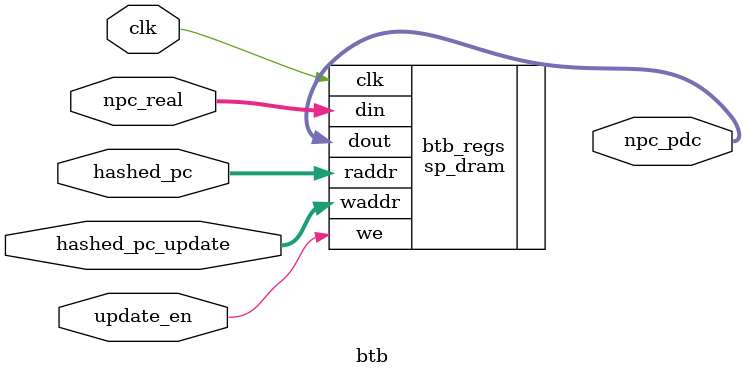
<source format=v>
module btb#(
    parameter gh_width = 14,
              ADDR_WIDTH = 30
)(
    input clk,
    //query
    input [gh_width-1:0]hashed_pc,//hash(pc,gh)
    output [ADDR_WIDTH-1:0]npc_pdc,
    //update
    input [gh_width-1:0]hashed_pc_update,
    input [ADDR_WIDTH-1:0]npc_real,
    input update_en
);

    sp_dram#(
        .ADDR_WIDTH(gh_width),
        .DATA_WIDTH(ADDR_WIDTH),
        .INIT_NUM(30'h0700_0000)
    )
    btb_regs(
        .clk(clk),
        .raddr(hashed_pc),
        .dout(npc_pdc),
        .waddr(hashed_pc_update),
        .din(npc_real),
        .we(update_en)
    );
endmodule
</source>
